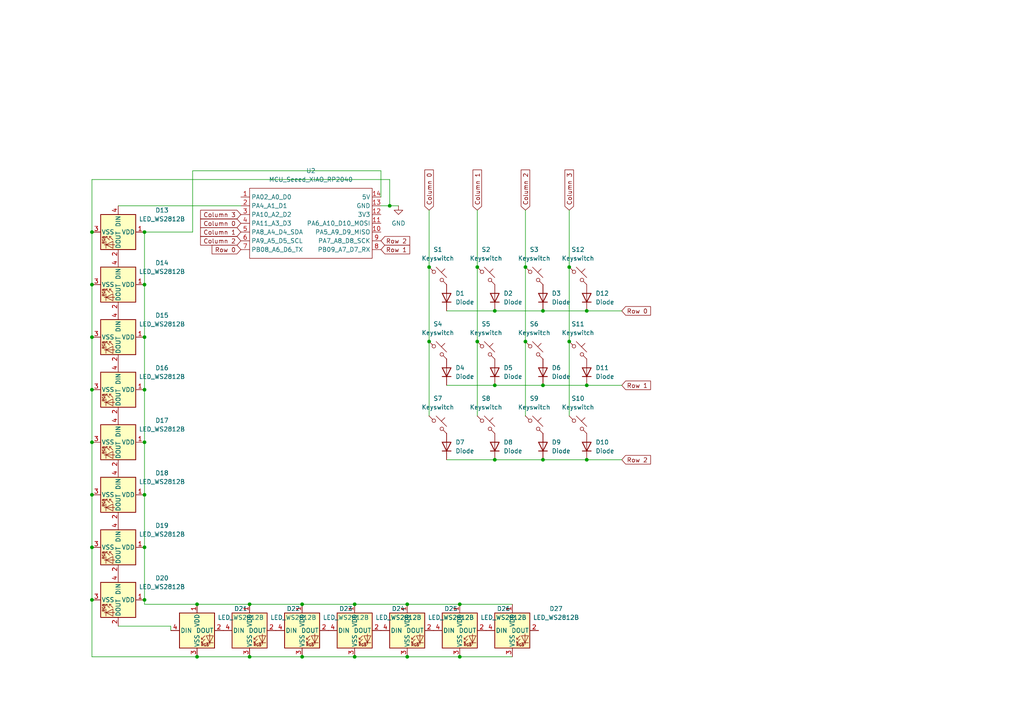
<source format=kicad_sch>
(kicad_sch (version 20231120) (generator "eeschema") (generator_version "8.0")
  (paper "A4")
  (lib_symbols
    (symbol "ScottoKeebs:LED_WS2812B" (pin_names (offset 0.254))
      (property "Reference" "D" (at 5.08 5.715 0))
      (property "Value" "LED_WS2812B" (at 1.27 -5.715 0))
      (symbol "LED_WS2812B_0_0"
        (text "RGB" (at 2.286 -4.191 0) (effects (font (size 0.762 0.762))))
      )
      (symbol "LED_WS2812B_0_1"
        (polyline (pts (xy 1.27 -3.556) (xy 1.778 -3.556)))
        (polyline (pts (xy 1.27 -2.54) (xy 1.778 -2.54)))
        (polyline (pts (xy 4.699 -3.556) (xy 2.667 -3.556)))
        (polyline (pts (xy 2.286 -2.54) (xy 1.27 -3.556) (xy 1.27 -3.048)))
        (polyline (pts (xy 2.286 -1.524) (xy 1.27 -2.54) (xy 1.27 -2.032)))
        (polyline (pts (xy 3.683 -1.016) (xy 3.683 -3.556) (xy 3.683 -4.064)))
        (polyline (pts (xy 4.699 -1.524) (xy 2.667 -1.524) (xy 3.683 -3.556) (xy 4.699 -1.524)))
        (rectangle (start 5.08 5.08) (end -5.08 -5.08) (stroke (width 0.254)) (fill (type background)))
      )
      (symbol "LED_WS2812B_1_1"
        (pin power_in line (at 0 7.62 270) (length 2.54) (name "VDD") (number "1"))
        (pin output line (at 7.62 0 180) (length 2.54) (name "DOUT") (number "2"))
        (pin power_in line (at 0 -7.62 90) (length 2.54) (name "VSS") (number "3"))
        (pin input line (at -7.62 0 0) (length 2.54) (name "DIN") (number "4"))
      )
    )
    (symbol "ScottoKeebs:MCU_Seeed_XIAO_RP2040"
      (property "Reference" "U" (at -16.51 11.43 0))
      (property "Value" "MCU_Seeed_XIAO_RP2040" (at -3.81 -11.43 0))
      (symbol "MCU_Seeed_XIAO_RP2040_0_1"
        (rectangle (start -16.51 10.16) (end 19.05 -10.16))
      )
      (symbol "MCU_Seeed_XIAO_RP2040_1_1"
        (pin passive line (at -19.05 7.62 0) (length 2.54) (name "PA02_A0_D0") (number "1"))
        (pin passive line (at 21.59 -2.54 180) (length 2.54) (name "PA5_A9_D9_MISO") (number "10"))
        (pin passive line (at 21.59 0 180) (length 2.54) (name "PA6_A10_D10_MOSI") (number "11"))
        (pin passive line (at 21.59 2.54 180) (length 2.54) (name "3V3") (number "12"))
        (pin passive line (at 21.59 5.08 180) (length 2.54) (name "GND") (number "13"))
        (pin passive line (at 21.59 7.62 180) (length 2.54) (name "5V") (number "14"))
        (pin passive line (at -19.05 5.08 0) (length 2.54) (name "PA4_A1_D1") (number "2"))
        (pin passive line (at -19.05 2.54 0) (length 2.54) (name "PA10_A2_D2") (number "3"))
        (pin passive line (at -19.05 0 0) (length 2.54) (name "PA11_A3_D3") (number "4"))
        (pin passive line (at -19.05 -2.54 0) (length 2.54) (name "PA8_A4_D4_SDA") (number "5"))
        (pin passive line (at -19.05 -5.08 0) (length 2.54) (name "PA9_A5_D5_SCL") (number "6"))
        (pin passive line (at -19.05 -7.62 0) (length 2.54) (name "PB08_A6_D6_TX") (number "7"))
        (pin passive line (at 21.59 -7.62 180) (length 2.54) (name "PB09_A7_D7_RX") (number "8"))
        (pin passive line (at 21.59 -5.08 180) (length 2.54) (name "PA7_A8_D8_SCK") (number "9"))
      )
    )
    (symbol "ScottoKeebs:Placeholder_Diode" (pin_numbers hide) (pin_names hide)
      (property "Reference" "D" (at 0 2.54 0))
      (property "Value" "Diode" (at 0 -2.54 0))
      (symbol "Placeholder_Diode_0_1"
        (polyline (pts (xy -1.27 1.27) (xy -1.27 -1.27)) (stroke (width 0.254)))
        (polyline (pts (xy 1.27 0) (xy -1.27 0)))
        (polyline (pts (xy 1.27 1.27) (xy 1.27 -1.27) (xy -1.27 0) (xy 1.27 1.27)) (stroke (width 0.254)))
      )
      (symbol "Placeholder_Diode_1_1"
        (pin passive line (at -3.81 0 0) (length 2.54) (name "K") (number "1"))
        (pin passive line (at 3.81 0 180) (length 2.54) (name "A") (number "2"))
      )
    )
    (symbol "ScottoKeebs:Placeholder_Keyswitch" (pin_numbers hide) (pin_names (offset 1.016) hide)
      (property "Reference" "S" (at 3.048 1.016 0))
      (property "Value" "Keyswitch" (at 0 -3.81 0))
      (symbol "Placeholder_Keyswitch_0_1"
        (circle (center -1.1684 1.1684) (radius 0.508))
        (polyline (pts (xy -0.508 2.54) (xy 2.54 -0.508)))
        (polyline (pts (xy 1.016 1.016) (xy 2.032 2.032)))
        (polyline (pts (xy -2.54 2.54) (xy -1.524 1.524) (xy -1.524 1.524)))
        (polyline (pts (xy 1.524 -1.524) (xy 2.54 -2.54) (xy 2.54 -2.54) (xy 2.54 -2.54)))
        (circle (center 1.143 -1.1938) (radius 0.508))
        (pin passive line (at -2.54 2.54 0) (length 0) (name "1") (number "1"))
        (pin passive line (at 2.54 -2.54 180) (length 0) (name "2") (number "2"))
      )
    )
    (symbol "power:GND" (power) (pin_numbers hide) (pin_names (offset 0) hide)
      (property "Value" "GND" (at 0 -3.81 0))
      (symbol "GND_0_1"
        (polyline (pts (xy 0 0) (xy 0 -1.27) (xy 1.27 -1.27) (xy 0 -2.54) (xy -1.27 -1.27) (xy 0 -1.27)))
      )
      (symbol "GND_1_1"
        (pin power_in line (at 0 0 270) (length 0) (name "~") (number "1"))
      )
    )
  )
  (junction (at 26.67 67.31))
  (junction (at 143.51 133.35))
  (junction (at 26.67 173.99))
  (junction (at 170.18 90.17))
  (junction (at 157.48 90.17))
  (junction (at 124.46 99.06))
  (junction (at 26.67 158.75))
  (junction (at 102.87 190.5))
  (junction (at 118.11 175.26))
  (junction (at 26.67 143.51))
  (junction (at 72.39 175.26))
  (junction (at 138.43 99.06))
  (junction (at 41.91 158.75))
  (junction (at 41.91 128.27))
  (junction (at 72.39 190.5))
  (junction (at 143.51 111.76))
  (junction (at 152.4 99.06))
  (junction (at 118.11 190.5))
  (junction (at 152.4 77.47))
  (junction (at 113.03 59.69))
  (junction (at 41.91 113.03))
  (junction (at 138.43 77.47))
  (junction (at 124.46 77.47))
  (junction (at 87.63 190.5))
  (junction (at 102.87 175.26))
  (junction (at 41.91 173.99))
  (junction (at 41.91 67.31))
  (junction (at 133.35 190.5))
  (junction (at 165.1 99.06))
  (junction (at 157.48 111.76))
  (junction (at 87.63 175.26))
  (junction (at 157.48 133.35))
  (junction (at 143.51 90.17))
  (junction (at 133.35 175.26))
  (junction (at 26.67 82.55))
  (junction (at 41.91 97.79))
  (junction (at 41.91 82.55))
  (junction (at 57.15 175.26))
  (junction (at 170.18 133.35))
  (junction (at 26.67 97.79))
  (junction (at 41.91 143.51))
  (junction (at 26.67 113.03))
  (junction (at 170.18 111.76))
  (junction (at 26.67 128.27))
  (junction (at 57.15 190.5))
  (junction (at 165.1 77.47))
  (wire (pts (xy 143.51 111.76) (xy 157.48 111.76)))
  (wire (pts (xy 34.29 181.61) (xy 49.53 181.61)))
  (wire (pts (xy 26.67 158.75) (xy 26.67 173.99)))
  (wire (pts (xy 57.15 175.26) (xy 72.39 175.26)))
  (wire (pts (xy 124.46 99.06) (xy 124.46 120.65)))
  (wire (pts (xy 34.29 59.69) (xy 69.85 59.69)))
  (wire (pts (xy 41.91 67.31) (xy 41.91 82.55)))
  (wire (pts (xy 41.91 143.51) (xy 41.91 158.75)))
  (wire (pts (xy 138.43 99.06) (xy 138.43 120.65)))
  (wire (pts (xy 41.91 175.26) (xy 57.15 175.26)))
  (wire (pts (xy 110.49 59.69) (xy 113.03 59.69)))
  (wire (pts (xy 152.4 77.47) (xy 152.4 99.06)))
  (wire (pts (xy 118.11 175.26) (xy 133.35 175.26)))
  (wire (pts (xy 26.67 113.03) (xy 26.67 128.27)))
  (wire (pts (xy 26.67 67.31) (xy 26.67 82.55)))
  (wire (pts (xy 133.35 175.26) (xy 148.59 175.26)))
  (wire (pts (xy 170.18 90.17) (xy 157.48 90.17)))
  (wire (pts (xy 170.18 133.35) (xy 157.48 133.35)))
  (wire (pts (xy 41.91 128.27) (xy 41.91 143.51)))
  (wire (pts (xy 57.15 190.5) (xy 72.39 190.5)))
  (wire (pts (xy 72.39 175.26) (xy 87.63 175.26)))
  (wire (pts (xy 180.34 111.76) (xy 170.18 111.76)))
  (wire (pts (xy 41.91 97.79) (xy 41.91 113.03)))
  (wire (pts (xy 26.67 190.5) (xy 57.15 190.5)))
  (wire (pts (xy 102.87 175.26) (xy 118.11 175.26)))
  (wire (pts (xy 26.67 97.79) (xy 26.67 113.03)))
  (wire (pts (xy 124.46 60.96) (xy 124.46 77.47)))
  (wire (pts (xy 138.43 60.96) (xy 138.43 77.47)))
  (wire (pts (xy 41.91 82.55) (xy 41.91 97.79)))
  (wire (pts (xy 165.1 60.96) (xy 165.1 77.47)))
  (wire (pts (xy 113.03 59.69) (xy 115.57 59.69)))
  (wire (pts (xy 143.51 90.17) (xy 157.48 90.17)))
  (wire (pts (xy 180.34 90.17) (xy 170.18 90.17)))
  (wire (pts (xy 133.35 190.5) (xy 148.59 190.5)))
  (wire (pts (xy 152.4 60.96) (xy 152.4 77.47)))
  (wire (pts (xy 180.34 133.35) (xy 170.18 133.35)))
  (wire (pts (xy 143.51 133.35) (xy 157.48 133.35)))
  (wire (pts (xy 102.87 190.5) (xy 118.11 190.5)))
  (wire (pts (xy 49.53 181.61) (xy 49.53 182.88)))
  (wire (pts (xy 26.67 173.99) (xy 26.67 190.5)))
  (wire (pts (xy 55.88 49.53) (xy 55.88 67.31)))
  (wire (pts (xy 165.1 77.47) (xy 165.1 99.06)))
  (wire (pts (xy 152.4 99.06) (xy 152.4 120.65)))
  (wire (pts (xy 72.39 190.5) (xy 87.63 190.5)))
  (wire (pts (xy 129.54 111.76) (xy 143.51 111.76)))
  (wire (pts (xy 110.49 49.53) (xy 55.88 49.53)))
  (wire (pts (xy 41.91 113.03) (xy 41.91 128.27)))
  (wire (pts (xy 55.88 67.31) (xy 41.91 67.31)))
  (wire (pts (xy 26.67 52.07) (xy 26.67 67.31)))
  (wire (pts (xy 41.91 173.99) (xy 41.91 175.26)))
  (wire (pts (xy 138.43 77.47) (xy 138.43 99.06)))
  (wire (pts (xy 110.49 57.15) (xy 110.49 49.53)))
  (wire (pts (xy 26.67 143.51) (xy 26.67 158.75)))
  (wire (pts (xy 41.91 158.75) (xy 41.91 173.99)))
  (wire (pts (xy 26.67 82.55) (xy 26.67 97.79)))
  (wire (pts (xy 170.18 111.76) (xy 157.48 111.76)))
  (wire (pts (xy 129.54 90.17) (xy 143.51 90.17)))
  (wire (pts (xy 113.03 52.07) (xy 26.67 52.07)))
  (wire (pts (xy 165.1 99.06) (xy 165.1 120.65)))
  (wire (pts (xy 26.67 128.27) (xy 26.67 143.51)))
  (wire (pts (xy 129.54 133.35) (xy 143.51 133.35)))
  (wire (pts (xy 87.63 190.5) (xy 102.87 190.5)))
  (wire (pts (xy 118.11 190.5) (xy 133.35 190.5)))
  (wire (pts (xy 124.46 77.47) (xy 124.46 99.06)))
  (wire (pts (xy 87.63 175.26) (xy 102.87 175.26)))
  (wire (pts (xy 113.03 59.69) (xy 113.03 52.07)))
  (global_label "Row 2" (shape input) (at 180.34 133.35 0) (property "Intersheetrefs" "${INTERSHEET_REFS}" (effects (hide yes))))
  (global_label "Column 1" (shape input) (at 138.43 60.96 90) (property "Intersheetrefs" "${INTERSHEET_REFS}" (effects (hide yes))))
  (global_label "Row 2" (shape input) (at 110.49 69.85 0) (property "Intersheetrefs" "${INTERSHEET_REFS}" (effects (hide yes))))
  (global_label "Column 3" (shape input) (at 69.85 62.23 180) (property "Intersheetrefs" "${INTERSHEET_REFS}" (effects (hide yes))))
  (global_label "Column 0" (shape input) (at 124.46 60.96 90) (property "Intersheetrefs" "${INTERSHEET_REFS}" (effects (hide yes))))
  (global_label "Row 1" (shape input) (at 180.34 111.76 0) (property "Intersheetrefs" "${INTERSHEET_REFS}" (effects (hide yes))))
  (global_label "Row 1" (shape input) (at 110.49 72.39 0) (property "Intersheetrefs" "${INTERSHEET_REFS}" (effects (hide yes))))
  (global_label "Row 0" (shape input) (at 180.34 90.17 0) (property "Intersheetrefs" "${INTERSHEET_REFS}" (effects (hide yes))))
  (global_label "Column 2" (shape input) (at 152.4 60.96 90) (property "Intersheetrefs" "${INTERSHEET_REFS}" (effects (hide yes))))
  (global_label "Column 1" (shape input) (at 69.85 67.31 180) (property "Intersheetrefs" "${INTERSHEET_REFS}" (effects (hide yes))))
  (global_label "Column 3" (shape input) (at 165.1 60.96 90) (property "Intersheetrefs" "${INTERSHEET_REFS}" (effects (hide yes))))
  (global_label "Row 0" (shape input) (at 69.85 72.39 180) (property "Intersheetrefs" "${INTERSHEET_REFS}" (effects (hide yes))))
  (global_label "Column 0" (shape input) (at 69.85 64.77 180) (property "Intersheetrefs" "${INTERSHEET_REFS}" (effects (hide yes))))
  (global_label "Column 2" (shape input) (at 69.85 69.85 180) (property "Intersheetrefs" "${INTERSHEET_REFS}" (effects (hide yes))))
  (symbol (lib_id "ScottoKeebs:LED_WS2812B") (at 118.11 182.88 0) (unit 1)
    (property "Reference" "D25" (at 130.81 176.5614 0))
    (property "Value" "LED_WS2812B" (at 130.81 179.1014 0))
    (property "Footprint" "ScottoKeebs_Components:LED_WS2812B" (effects (hide yes)))
    (property "Datasheet" "https://cdn-shop.adafruit.com/datasheets/WS2812B.pdf" (effects (hide yes)))
    (property "Description" "RGB LED with integrated controller" (effects (hide yes)))
  )
  (symbol (lib_id "ScottoKeebs:Placeholder_Keyswitch") (at 127 80.01 0) (unit 1)
    (property "Reference" "S1" (at 127 72.39 0))
    (property "Value" "Keyswitch" (at 127 74.93 0))
    (property "Footprint" "ScottoKeebs_MX:MX_PCB_1.00u" (effects (hide yes)))
    (property "Description" "Push button switch, normally open, two pins, 45° tilted" (effects (hide yes)))
  )
  (symbol (lib_id "ScottoKeebs:LED_WS2812B") (at 87.63 182.88 0) (unit 1)
    (property "Reference" "D23" (at 100.33 176.5614 0))
    (property "Value" "LED_WS2812B" (at 100.33 179.1014 0))
    (property "Footprint" "ScottoKeebs_Components:LED_WS2812B" (effects (hide yes)))
    (property "Datasheet" "https://cdn-shop.adafruit.com/datasheets/WS2812B.pdf" (effects (hide yes)))
    (property "Description" "RGB LED with integrated controller" (effects (hide yes)))
  )
  (symbol (lib_id "power:GND") (at 115.57 59.69 0) (unit 1)
    (property "Reference" "#PWR01" (effects (hide yes)))
    (property "Value" "GND" (at 115.57 64.77 0))
    (property "Description" "Power symbol creates a global label with name \"GND\" , ground" (effects (hide yes)))
  )
  (symbol (lib_id "ScottoKeebs:LED_WS2812B") (at 34.29 97.79 270) (unit 1)
    (property "Reference" "D15" (at 46.99 91.4714 90))
    (property "Value" "LED_WS2812B" (at 46.99 94.0114 90))
    (property "Footprint" "ScottoKeebs_Components:LED_WS2812B" (effects (hide yes)))
    (property "Datasheet" "https://cdn-shop.adafruit.com/datasheets/WS2812B.pdf" (effects (hide yes)))
    (property "Description" "RGB LED with integrated controller" (effects (hide yes)))
  )
  (symbol (lib_id "ScottoKeebs:Placeholder_Diode") (at 129.54 129.54 90) (unit 1)
    (property "Reference" "D7" (at 132.08 128.2699 90) (effects (justify right)))
    (property "Value" "Diode" (at 132.08 130.8099 90) (effects (justify right)))
    (property "Footprint" "ScottoKeebs_Components:Diode_DO-35" (effects (hide yes)))
    (property "Description" "1N4148 (DO-35) or 1N4148W (SOD-123)" (effects (hide yes)))
    (property "Sim.Device" "D" (effects (hide yes)))
    (property "Sim.Pins" "1=K 2=A" (effects (hide yes)))
  )
  (symbol (lib_id "ScottoKeebs:Placeholder_Keyswitch") (at 154.94 123.19 0) (unit 1)
    (property "Reference" "S9" (at 154.94 115.57 0))
    (property "Value" "Keyswitch" (at 154.94 118.11 0))
    (property "Footprint" "ScottoKeebs_MX:MX_PCB_1.00u" (effects (hide yes)))
    (property "Description" "Push button switch, normally open, two pins, 45° tilted" (effects (hide yes)))
  )
  (symbol (lib_id "ScottoKeebs:LED_WS2812B") (at 133.35 182.88 0) (unit 1)
    (property "Reference" "D26" (at 146.05 176.5614 0))
    (property "Value" "LED_WS2812B" (at 146.05 179.1014 0))
    (property "Footprint" "ScottoKeebs_Components:LED_WS2812B" (effects (hide yes)))
    (property "Datasheet" "https://cdn-shop.adafruit.com/datasheets/WS2812B.pdf" (effects (hide yes)))
    (property "Description" "RGB LED with integrated controller" (effects (hide yes)))
  )
  (symbol (lib_id "ScottoKeebs:Placeholder_Diode") (at 143.51 107.95 90) (unit 1)
    (property "Reference" "D5" (at 146.05 106.6799 90) (effects (justify right)))
    (property "Value" "Diode" (at 146.05 109.2199 90) (effects (justify right)))
    (property "Footprint" "ScottoKeebs_Components:Diode_DO-35" (effects (hide yes)))
    (property "Description" "1N4148 (DO-35) or 1N4148W (SOD-123)" (effects (hide yes)))
    (property "Sim.Device" "D" (effects (hide yes)))
    (property "Sim.Pins" "1=K 2=A" (effects (hide yes)))
  )
  (symbol (lib_id "ScottoKeebs:Placeholder_Keyswitch") (at 167.64 80.01 0) (unit 1)
    (property "Reference" "S12" (at 167.64 72.39 0))
    (property "Value" "Keyswitch" (at 167.64 74.93 0))
    (property "Footprint" "ScottoKeebs_MX:MX_PCB_1.00u" (effects (hide yes)))
    (property "Description" "Push button switch, normally open, two pins, 45° tilted" (effects (hide yes)))
  )
  (symbol (lib_id "ScottoKeebs:LED_WS2812B") (at 72.39 182.88 0) (unit 1)
    (property "Reference" "D22" (at 85.09 176.5614 0))
    (property "Value" "LED_WS2812B" (at 85.09 179.1014 0))
    (property "Footprint" "ScottoKeebs_Components:LED_WS2812B" (effects (hide yes)))
    (property "Datasheet" "https://cdn-shop.adafruit.com/datasheets/WS2812B.pdf" (effects (hide yes)))
    (property "Description" "RGB LED with integrated controller" (effects (hide yes)))
  )
  (symbol (lib_id "ScottoKeebs:LED_WS2812B") (at 34.29 67.31 270) (unit 1)
    (property "Reference" "D13" (at 46.99 60.9914 90))
    (property "Value" "LED_WS2812B" (at 46.99 63.5314 90))
    (property "Footprint" "ScottoKeebs_Components:LED_WS2812B" (effects (hide yes)))
    (property "Datasheet" "https://cdn-shop.adafruit.com/datasheets/WS2812B.pdf" (effects (hide yes)))
    (property "Description" "RGB LED with integrated controller" (effects (hide yes)))
  )
  (symbol (lib_id "ScottoKeebs:LED_WS2812B") (at 34.29 158.75 270) (unit 1)
    (property "Reference" "D19" (at 46.99 152.4314 90))
    (property "Value" "LED_WS2812B" (at 46.99 154.9714 90))
    (property "Footprint" "ScottoKeebs_Components:LED_WS2812B" (effects (hide yes)))
    (property "Datasheet" "https://cdn-shop.adafruit.com/datasheets/WS2812B.pdf" (effects (hide yes)))
    (property "Description" "RGB LED with integrated controller" (effects (hide yes)))
  )
  (symbol (lib_id "ScottoKeebs:LED_WS2812B") (at 34.29 143.51 270) (unit 1)
    (property "Reference" "D18" (at 46.99 137.1914 90))
    (property "Value" "LED_WS2812B" (at 46.99 139.7314 90))
    (property "Footprint" "ScottoKeebs_Components:LED_WS2812B" (effects (hide yes)))
    (property "Datasheet" "https://cdn-shop.adafruit.com/datasheets/WS2812B.pdf" (effects (hide yes)))
    (property "Description" "RGB LED with integrated controller" (effects (hide yes)))
  )
  (symbol (lib_id "ScottoKeebs:Placeholder_Diode") (at 157.48 86.36 90) (unit 1)
    (property "Reference" "D3" (at 160.02 85.0899 90) (effects (justify right)))
    (property "Value" "Diode" (at 160.02 87.6299 90) (effects (justify right)))
    (property "Footprint" "ScottoKeebs_Components:Diode_DO-35" (effects (hide yes)))
    (property "Description" "1N4148 (DO-35) or 1N4148W (SOD-123)" (effects (hide yes)))
    (property "Sim.Device" "D" (effects (hide yes)))
    (property "Sim.Pins" "1=K 2=A" (effects (hide yes)))
  )
  (symbol (lib_id "ScottoKeebs:Placeholder_Keyswitch") (at 140.97 101.6 0) (unit 1)
    (property "Reference" "S5" (at 140.97 93.98 0))
    (property "Value" "Keyswitch" (at 140.97 96.52 0))
    (property "Footprint" "ScottoKeebs_MX:MX_PCB_1.00u" (effects (hide yes)))
    (property "Description" "Push button switch, normally open, two pins, 45° tilted" (effects (hide yes)))
  )
  (symbol (lib_id "ScottoKeebs:MCU_Seeed_XIAO_RP2040") (at 88.9 64.77 0) (unit 1)
    (property "Reference" "U2" (at 90.17 49.53 0))
    (property "Value" "MCU_Seeed_XIAO_RP2040" (at 90.17 52.07 0))
    (property "Footprint" "ScottoKeebs_MCU:Seeed_XIAO_RP2040" (effects (hide yes)))
  )
  (symbol (lib_id "ScottoKeebs:Placeholder_Diode") (at 143.51 86.36 90) (unit 1)
    (property "Reference" "D2" (at 146.05 85.0899 90) (effects (justify right)))
    (property "Value" "Diode" (at 146.05 87.6299 90) (effects (justify right)))
    (property "Footprint" "ScottoKeebs_Components:Diode_DO-35" (effects (hide yes)))
    (property "Description" "1N4148 (DO-35) or 1N4148W (SOD-123)" (effects (hide yes)))
    (property "Sim.Device" "D" (effects (hide yes)))
    (property "Sim.Pins" "1=K 2=A" (effects (hide yes)))
  )
  (symbol (lib_id "ScottoKeebs:Placeholder_Diode") (at 143.51 129.54 90) (unit 1)
    (property "Reference" "D8" (at 146.05 128.2699 90) (effects (justify right)))
    (property "Value" "Diode" (at 146.05 130.8099 90) (effects (justify right)))
    (property "Footprint" "ScottoKeebs_Components:Diode_DO-35" (effects (hide yes)))
    (property "Description" "1N4148 (DO-35) or 1N4148W (SOD-123)" (effects (hide yes)))
    (property "Sim.Device" "D" (effects (hide yes)))
    (property "Sim.Pins" "1=K 2=A" (effects (hide yes)))
  )
  (symbol (lib_id "ScottoKeebs:LED_WS2812B") (at 148.59 182.88 0) (unit 1)
    (property "Reference" "D27" (at 161.29 176.5614 0))
    (property "Value" "LED_WS2812B" (at 161.29 179.1014 0))
    (property "Footprint" "ScottoKeebs_Components:LED_WS2812B" (effects (hide yes)))
    (property "Datasheet" "https://cdn-shop.adafruit.com/datasheets/WS2812B.pdf" (effects (hide yes)))
    (property "Description" "RGB LED with integrated controller" (effects (hide yes)))
  )
  (symbol (lib_id "ScottoKeebs:Placeholder_Keyswitch") (at 167.64 123.19 0) (unit 1)
    (property "Reference" "S10" (at 167.64 115.57 0))
    (property "Value" "Keyswitch" (at 167.64 118.11 0))
    (property "Footprint" "ScottoKeebs_MX:MX_PCB_1.00u" (effects (hide yes)))
    (property "Description" "Push button switch, normally open, two pins, 45° tilted" (effects (hide yes)))
  )
  (symbol (lib_id "ScottoKeebs:LED_WS2812B") (at 102.87 182.88 0) (unit 1)
    (property "Reference" "D24" (at 115.57 176.5614 0))
    (property "Value" "LED_WS2812B" (at 115.57 179.1014 0))
    (property "Footprint" "ScottoKeebs_Components:LED_WS2812B" (effects (hide yes)))
    (property "Datasheet" "https://cdn-shop.adafruit.com/datasheets/WS2812B.pdf" (effects (hide yes)))
    (property "Description" "RGB LED with integrated controller" (effects (hide yes)))
  )
  (symbol (lib_id "ScottoKeebs:Placeholder_Keyswitch") (at 127 123.19 0) (unit 1)
    (property "Reference" "S7" (at 127 115.57 0))
    (property "Value" "Keyswitch" (at 127 118.11 0))
    (property "Footprint" "ScottoKeebs_MX:MX_PCB_1.00u" (effects (hide yes)))
    (property "Description" "Push button switch, normally open, two pins, 45° tilted" (effects (hide yes)))
  )
  (symbol (lib_id "ScottoKeebs:Placeholder_Diode") (at 170.18 129.54 90) (unit 1)
    (property "Reference" "D10" (at 172.72 128.2699 90) (effects (justify right)))
    (property "Value" "Diode" (at 172.72 130.8099 90) (effects (justify right)))
    (property "Footprint" "ScottoKeebs_Components:Diode_DO-35" (effects (hide yes)))
    (property "Description" "1N4148 (DO-35) or 1N4148W (SOD-123)" (effects (hide yes)))
    (property "Sim.Device" "D" (effects (hide yes)))
    (property "Sim.Pins" "1=K 2=A" (effects (hide yes)))
  )
  (symbol (lib_id "ScottoKeebs:Placeholder_Keyswitch") (at 167.64 101.6 0) (unit 1)
    (property "Reference" "S11" (at 167.64 93.98 0))
    (property "Value" "Keyswitch" (at 167.64 96.52 0))
    (property "Footprint" "ScottoKeebs_MX:MX_PCB_1.00u" (effects (hide yes)))
    (property "Description" "Push button switch, normally open, two pins, 45° tilted" (effects (hide yes)))
  )
  (symbol (lib_id "ScottoKeebs:LED_WS2812B") (at 34.29 113.03 270) (unit 1)
    (property "Reference" "D16" (at 46.99 106.7114 90))
    (property "Value" "LED_WS2812B" (at 46.99 109.2514 90))
    (property "Footprint" "ScottoKeebs_Components:LED_WS2812B" (effects (hide yes)))
    (property "Datasheet" "https://cdn-shop.adafruit.com/datasheets/WS2812B.pdf" (effects (hide yes)))
    (property "Description" "RGB LED with integrated controller" (effects (hide yes)))
  )
  (symbol (lib_id "ScottoKeebs:Placeholder_Diode") (at 170.18 86.36 90) (unit 1)
    (property "Reference" "D12" (at 172.72 85.0899 90) (effects (justify right)))
    (property "Value" "Diode" (at 172.72 87.6299 90) (effects (justify right)))
    (property "Footprint" "ScottoKeebs_Components:Diode_DO-35" (effects (hide yes)))
    (property "Description" "1N4148 (DO-35) or 1N4148W (SOD-123)" (effects (hide yes)))
    (property "Sim.Device" "D" (effects (hide yes)))
    (property "Sim.Pins" "1=K 2=A" (effects (hide yes)))
  )
  (symbol (lib_id "ScottoKeebs:Placeholder_Keyswitch") (at 154.94 101.6 0) (unit 1)
    (property "Reference" "S6" (at 154.94 93.98 0))
    (property "Value" "Keyswitch" (at 154.94 96.52 0))
    (property "Footprint" "ScottoKeebs_MX:MX_PCB_1.00u" (effects (hide yes)))
    (property "Description" "Push button switch, normally open, two pins, 45° tilted" (effects (hide yes)))
  )
  (symbol (lib_id "ScottoKeebs:LED_WS2812B") (at 34.29 82.55 270) (unit 1)
    (property "Reference" "D14" (at 46.99 76.2314 90))
    (property "Value" "LED_WS2812B" (at 46.99 78.7714 90))
    (property "Footprint" "ScottoKeebs_Components:LED_WS2812B" (effects (hide yes)))
    (property "Datasheet" "https://cdn-shop.adafruit.com/datasheets/WS2812B.pdf" (effects (hide yes)))
    (property "Description" "RGB LED with integrated controller" (effects (hide yes)))
  )
  (symbol (lib_id "ScottoKeebs:Placeholder_Keyswitch") (at 140.97 80.01 0) (unit 1)
    (property "Reference" "S2" (at 140.97 72.39 0))
    (property "Value" "Keyswitch" (at 140.97 74.93 0))
    (property "Footprint" "ScottoKeebs_MX:MX_PCB_1.00u" (effects (hide yes)))
    (property "Description" "Push button switch, normally open, two pins, 45° tilted" (effects (hide yes)))
  )
  (symbol (lib_id "ScottoKeebs:Placeholder_Diode") (at 129.54 86.36 90) (unit 1)
    (property "Reference" "D1" (at 132.08 85.0899 90) (effects (justify right)))
    (property "Value" "Diode" (at 132.08 87.6299 90) (effects (justify right)))
    (property "Footprint" "ScottoKeebs_Components:Diode_DO-35" (effects (hide yes)))
    (property "Description" "1N4148 (DO-35) or 1N4148W (SOD-123)" (effects (hide yes)))
    (property "Sim.Device" "D" (effects (hide yes)))
    (property "Sim.Pins" "1=K 2=A" (effects (hide yes)))
  )
  (symbol (lib_id "ScottoKeebs:Placeholder_Diode") (at 129.54 107.95 90) (unit 1)
    (property "Reference" "D4" (at 132.08 106.6799 90) (effects (justify right)))
    (property "Value" "Diode" (at 132.08 109.2199 90) (effects (justify right)))
    (property "Footprint" "ScottoKeebs_Components:Diode_DO-35" (effects (hide yes)))
    (property "Description" "1N4148 (DO-35) or 1N4148W (SOD-123)" (effects (hide yes)))
    (property "Sim.Device" "D" (effects (hide yes)))
    (property "Sim.Pins" "1=K 2=A" (effects (hide yes)))
  )
  (symbol (lib_id "ScottoKeebs:Placeholder_Keyswitch") (at 140.97 123.19 0) (unit 1)
    (property "Reference" "S8" (at 140.97 115.57 0))
    (property "Value" "Keyswitch" (at 140.97 118.11 0))
    (property "Footprint" "ScottoKeebs_MX:MX_PCB_1.00u" (effects (hide yes)))
    (property "Description" "Push button switch, normally open, two pins, 45° tilted" (effects (hide yes)))
  )
  (symbol (lib_id "ScottoKeebs:Placeholder_Diode") (at 157.48 107.95 90) (unit 1)
    (property "Reference" "D6" (at 160.02 106.6799 90) (effects (justify right)))
    (property "Value" "Diode" (at 160.02 109.2199 90) (effects (justify right)))
    (property "Footprint" "ScottoKeebs_Components:Diode_DO-35" (effects (hide yes)))
    (property "Description" "1N4148 (DO-35) or 1N4148W (SOD-123)" (effects (hide yes)))
    (property "Sim.Device" "D" (effects (hide yes)))
    (property "Sim.Pins" "1=K 2=A" (effects (hide yes)))
  )
  (symbol (lib_id "ScottoKeebs:LED_WS2812B") (at 34.29 173.99 270) (unit 1)
    (property "Reference" "D20" (at 46.99 167.6714 90))
    (property "Value" "LED_WS2812B" (at 46.99 170.2114 90))
    (property "Footprint" "ScottoKeebs_Components:LED_WS2812B" (effects (hide yes)))
    (property "Datasheet" "https://cdn-shop.adafruit.com/datasheets/WS2812B.pdf" (effects (hide yes)))
    (property "Description" "RGB LED with integrated controller" (effects (hide yes)))
  )
  (symbol (lib_id "ScottoKeebs:Placeholder_Diode") (at 157.48 129.54 90) (unit 1)
    (property "Reference" "D9" (at 160.02 128.2699 90) (effects (justify right)))
    (property "Value" "Diode" (at 160.02 130.8099 90) (effects (justify right)))
    (property "Footprint" "ScottoKeebs_Components:Diode_DO-35" (effects (hide yes)))
    (property "Description" "1N4148 (DO-35) or 1N4148W (SOD-123)" (effects (hide yes)))
    (property "Sim.Device" "D" (effects (hide yes)))
    (property "Sim.Pins" "1=K 2=A" (effects (hide yes)))
  )
  (symbol (lib_id "ScottoKeebs:LED_WS2812B") (at 34.29 128.27 270) (unit 1)
    (property "Reference" "D17" (at 46.99 121.9514 90))
    (property "Value" "LED_WS2812B" (at 46.99 124.4914 90))
    (property "Footprint" "ScottoKeebs_Components:LED_WS2812B" (effects (hide yes)))
    (property "Datasheet" "https://cdn-shop.adafruit.com/datasheets/WS2812B.pdf" (effects (hide yes)))
    (property "Description" "RGB LED with integrated controller" (effects (hide yes)))
  )
  (symbol (lib_id "ScottoKeebs:Placeholder_Keyswitch") (at 127 101.6 0) (unit 1)
    (property "Reference" "S4" (at 127 93.98 0))
    (property "Value" "Keyswitch" (at 127 96.52 0))
    (property "Footprint" "ScottoKeebs_MX:MX_PCB_1.00u" (effects (hide yes)))
    (property "Description" "Push button switch, normally open, two pins, 45° tilted" (effects (hide yes)))
  )
  (symbol (lib_id "ScottoKeebs:Placeholder_Keyswitch") (at 154.94 80.01 0) (unit 1)
    (property "Reference" "S3" (at 154.94 72.39 0))
    (property "Value" "Keyswitch" (at 154.94 74.93 0))
    (property "Footprint" "ScottoKeebs_MX:MX_PCB_1.00u" (effects (hide yes)))
    (property "Description" "Push button switch, normally open, two pins, 45° tilted" (effects (hide yes)))
  )
  (symbol (lib_id "ScottoKeebs:Placeholder_Diode") (at 170.18 107.95 90) (unit 1)
    (property "Reference" "D11" (at 172.72 106.6799 90) (effects (justify right)))
    (property "Value" "Diode" (at 172.72 109.2199 90) (effects (justify right)))
    (property "Footprint" "ScottoKeebs_Components:Diode_DO-35" (effects (hide yes)))
    (property "Description" "1N4148 (DO-35) or 1N4148W (SOD-123)" (effects (hide yes)))
    (property "Sim.Device" "D" (effects (hide yes)))
    (property "Sim.Pins" "1=K 2=A" (effects (hide yes)))
  )
  (symbol (lib_id "ScottoKeebs:LED_WS2812B") (at 57.15 182.88 0) (unit 1)
    (property "Reference" "D21" (at 69.85 176.5614 0))
    (property "Value" "LED_WS2812B" (at 69.85 179.1014 0))
    (property "Footprint" "ScottoKeebs_Components:LED_WS2812B" (effects (hide yes)))
    (property "Datasheet" "https://cdn-shop.adafruit.com/datasheets/WS2812B.pdf" (effects (hide yes)))
    (property "Description" "RGB LED with integrated controller" (effects (hide yes)))
  )
)
</source>
